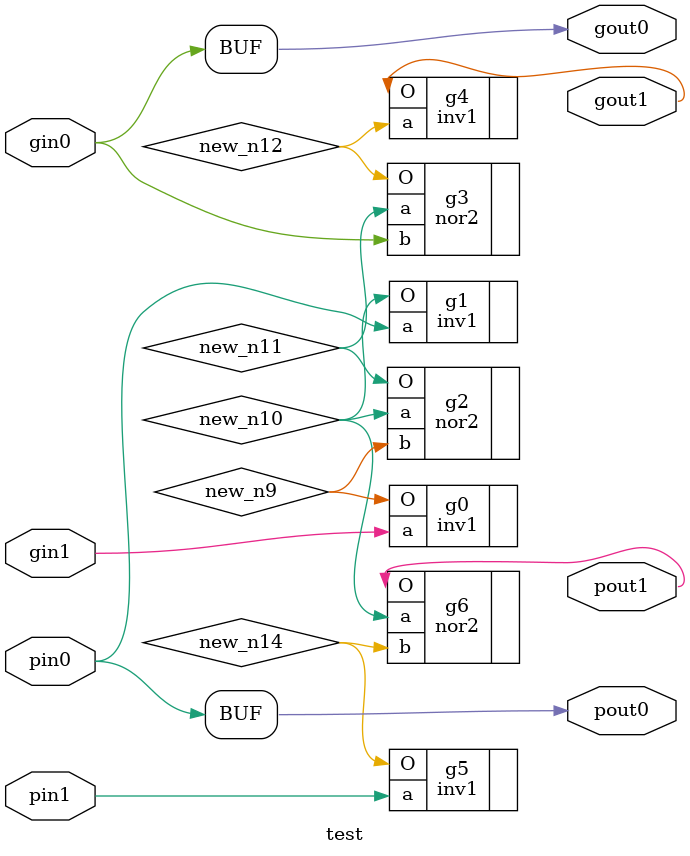
<source format=v>

module test ( 
    gin1, pin1, gin0, pin0,
    gout1, pout1, gout0, pout0  );
  input  gin1, pin1, gin0, pin0;
  output gout1, pout1, gout0, pout0;
  wire new_n9, new_n10, new_n11, new_n12, new_n14;
  inv1 g0(.a(gin1), .O(new_n9));
  inv1 g1(.a(pin0), .O(new_n10));
  nor2 g2(.a(new_n10), .b(new_n9), .O(new_n11));
  nor2 g3(.a(new_n11), .b(gin0), .O(new_n12));
  inv1 g4(.a(new_n12), .O(gout1));
  inv1 g5(.a(pin1), .O(new_n14));
  nor2 g6(.a(new_n10), .b(new_n14), .O(pout1));
  buf  g7(.a(gin0), .O(gout0));
  buf  g8(.a(pin0), .O(pout0));
endmodule



</source>
